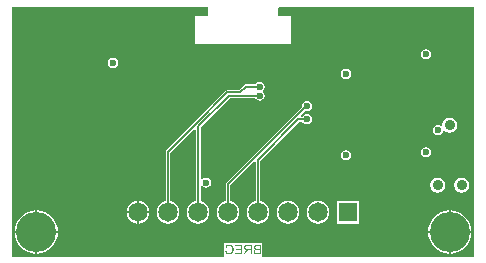
<source format=gbl>
G04*
G04 #@! TF.GenerationSoftware,Altium Limited,Altium Designer,21.6.4 (81)*
G04*
G04 Layer_Physical_Order=4*
G04 Layer_Color=16711680*
%FSLAX44Y44*%
%MOMM*%
G71*
G04*
G04 #@! TF.SameCoordinates,75E8EA60-7A1B-4F35-BD82-ACC1B6EDD98F*
G04*
G04*
G04 #@! TF.FilePolarity,Positive*
G04*
G01*
G75*
%ADD15C,0.1520*%
%ADD40C,0.9000*%
%ADD41C,3.4000*%
%ADD42C,1.6500*%
%ADD43R,1.6500X1.6500*%
%ADD44C,0.6000*%
G36*
X395922Y4078D02*
X216250Y4078D01*
Y15500D01*
X183750D01*
Y4078D01*
X4078Y4078D01*
X4078Y215922D01*
X170000Y215922D01*
X170000Y208000D01*
X159000Y208000D01*
X159000Y184000D01*
X241000Y184000D01*
X241000Y208000D01*
X230014D01*
X229988Y215022D01*
X230884Y215922D01*
X395922Y215922D01*
X395922Y4078D01*
D02*
G37*
G36*
X188435Y14390D02*
X188629Y14373D01*
X188817Y14349D01*
X188999Y14320D01*
X189169Y14285D01*
X189333Y14238D01*
X189486Y14197D01*
X189626Y14150D01*
X189750Y14103D01*
X189867Y14062D01*
X189967Y14021D01*
X190049Y13980D01*
X190119Y13950D01*
X190166Y13927D01*
X190196Y13909D01*
X190207Y13903D01*
X190372Y13804D01*
X190524Y13698D01*
X190665Y13586D01*
X190800Y13469D01*
X190923Y13352D01*
X191035Y13234D01*
X191140Y13111D01*
X191228Y13000D01*
X191310Y12894D01*
X191387Y12789D01*
X191445Y12701D01*
X191498Y12624D01*
X191533Y12554D01*
X191563Y12507D01*
X191580Y12478D01*
X191586Y12466D01*
X191668Y12284D01*
X191745Y12102D01*
X191809Y11914D01*
X191862Y11727D01*
X191909Y11539D01*
X191950Y11351D01*
X191979Y11175D01*
X192009Y11011D01*
X192026Y10852D01*
X192044Y10706D01*
X192050Y10577D01*
X192061Y10465D01*
Y10377D01*
X192067Y10342D01*
Y10312D01*
Y10289D01*
Y10272D01*
Y10260D01*
Y10254D01*
X192061Y10037D01*
X192050Y9826D01*
X192026Y9620D01*
X192003Y9427D01*
X191968Y9233D01*
X191932Y9057D01*
X191891Y8887D01*
X191850Y8728D01*
X191815Y8587D01*
X191774Y8458D01*
X191739Y8347D01*
X191703Y8253D01*
X191680Y8177D01*
X191657Y8124D01*
X191645Y8089D01*
X191639Y8083D01*
Y8077D01*
X191557Y7895D01*
X191463Y7719D01*
X191363Y7561D01*
X191263Y7408D01*
X191158Y7273D01*
X191052Y7144D01*
X190952Y7033D01*
X190853Y6927D01*
X190759Y6833D01*
X190671Y6757D01*
X190595Y6686D01*
X190524Y6634D01*
X190466Y6593D01*
X190424Y6557D01*
X190401Y6540D01*
X190389Y6534D01*
X190231Y6440D01*
X190061Y6358D01*
X189885Y6288D01*
X189709Y6223D01*
X189533Y6176D01*
X189351Y6129D01*
X189181Y6094D01*
X189010Y6065D01*
X188858Y6047D01*
X188711Y6029D01*
X188582Y6018D01*
X188471Y6006D01*
X188383D01*
X188342Y6000D01*
X188253D01*
X188019Y6006D01*
X187796Y6029D01*
X187585Y6065D01*
X187379Y6106D01*
X187192Y6158D01*
X187015Y6217D01*
X186851Y6282D01*
X186705Y6346D01*
X186569Y6411D01*
X186452Y6475D01*
X186347Y6534D01*
X186264Y6587D01*
X186194Y6628D01*
X186147Y6663D01*
X186118Y6686D01*
X186106Y6692D01*
X185948Y6833D01*
X185801Y6980D01*
X185666Y7138D01*
X185543Y7303D01*
X185431Y7473D01*
X185331Y7637D01*
X185243Y7801D01*
X185167Y7966D01*
X185097Y8118D01*
X185038Y8259D01*
X184991Y8382D01*
X184950Y8494D01*
X184921Y8582D01*
X184909Y8623D01*
X184903Y8652D01*
X184897Y8676D01*
X184891Y8693D01*
X184886Y8705D01*
Y8711D01*
X185959Y8981D01*
X186006Y8793D01*
X186059Y8623D01*
X186118Y8458D01*
X186188Y8312D01*
X186253Y8171D01*
X186329Y8042D01*
X186399Y7930D01*
X186470Y7825D01*
X186534Y7737D01*
X186599Y7655D01*
X186658Y7590D01*
X186710Y7537D01*
X186751Y7490D01*
X186781Y7461D01*
X186804Y7443D01*
X186810Y7437D01*
X186933Y7350D01*
X187057Y7267D01*
X187186Y7197D01*
X187315Y7138D01*
X187444Y7091D01*
X187573Y7050D01*
X187696Y7015D01*
X187813Y6986D01*
X187919Y6962D01*
X188025Y6951D01*
X188113Y6939D01*
X188189Y6927D01*
X188253D01*
X188300Y6921D01*
X188342D01*
X188476Y6927D01*
X188611Y6939D01*
X188741Y6956D01*
X188869Y6980D01*
X188987Y7009D01*
X189104Y7044D01*
X189210Y7074D01*
X189310Y7115D01*
X189398Y7150D01*
X189480Y7179D01*
X189550Y7214D01*
X189609Y7244D01*
X189656Y7267D01*
X189691Y7285D01*
X189715Y7297D01*
X189720Y7303D01*
X189838Y7379D01*
X189943Y7461D01*
X190043Y7549D01*
X190137Y7643D01*
X190219Y7737D01*
X190295Y7836D01*
X190366Y7930D01*
X190430Y8018D01*
X190483Y8106D01*
X190530Y8188D01*
X190571Y8265D01*
X190600Y8329D01*
X190630Y8382D01*
X190647Y8417D01*
X190653Y8447D01*
X190659Y8453D01*
X190712Y8599D01*
X190759Y8752D01*
X190800Y8904D01*
X190829Y9063D01*
X190888Y9362D01*
X190905Y9509D01*
X190923Y9650D01*
X190935Y9773D01*
X190941Y9890D01*
X190947Y9996D01*
X190952Y10084D01*
X190958Y10160D01*
Y10213D01*
Y10248D01*
Y10260D01*
X190952Y10412D01*
X190947Y10559D01*
X190917Y10841D01*
X190900Y10976D01*
X190876Y11105D01*
X190853Y11228D01*
X190829Y11339D01*
X190806Y11445D01*
X190788Y11539D01*
X190765Y11621D01*
X190747Y11691D01*
X190730Y11744D01*
X190718Y11785D01*
X190706Y11815D01*
Y11820D01*
X190653Y11961D01*
X190595Y12090D01*
X190530Y12214D01*
X190460Y12325D01*
X190389Y12436D01*
X190319Y12536D01*
X190243Y12624D01*
X190172Y12706D01*
X190102Y12777D01*
X190037Y12841D01*
X189979Y12894D01*
X189926Y12941D01*
X189885Y12976D01*
X189855Y13006D01*
X189832Y13017D01*
X189826Y13023D01*
X189703Y13105D01*
X189574Y13170D01*
X189445Y13234D01*
X189315Y13287D01*
X189181Y13328D01*
X189051Y13364D01*
X188928Y13393D01*
X188805Y13416D01*
X188694Y13440D01*
X188588Y13452D01*
X188494Y13463D01*
X188412Y13469D01*
X188347Y13475D01*
X188259D01*
X188107Y13469D01*
X187966Y13457D01*
X187831Y13440D01*
X187702Y13411D01*
X187585Y13381D01*
X187473Y13346D01*
X187373Y13311D01*
X187279Y13276D01*
X187197Y13234D01*
X187121Y13199D01*
X187057Y13164D01*
X187004Y13135D01*
X186963Y13105D01*
X186933Y13088D01*
X186916Y13076D01*
X186910Y13070D01*
X186810Y12988D01*
X186716Y12900D01*
X186634Y12800D01*
X186552Y12701D01*
X186476Y12589D01*
X186411Y12484D01*
X186347Y12378D01*
X186294Y12272D01*
X186247Y12172D01*
X186200Y12079D01*
X186165Y11997D01*
X186135Y11926D01*
X186112Y11861D01*
X186094Y11820D01*
X186088Y11791D01*
X186082Y11779D01*
X185026Y12026D01*
X185091Y12231D01*
X185173Y12425D01*
X185255Y12607D01*
X185349Y12777D01*
X185443Y12929D01*
X185537Y13076D01*
X185637Y13205D01*
X185730Y13322D01*
X185824Y13428D01*
X185907Y13516D01*
X185983Y13598D01*
X186053Y13657D01*
X186106Y13710D01*
X186153Y13745D01*
X186176Y13768D01*
X186188Y13774D01*
X186347Y13886D01*
X186511Y13980D01*
X186687Y14062D01*
X186857Y14132D01*
X187027Y14197D01*
X187197Y14244D01*
X187362Y14285D01*
X187520Y14320D01*
X187673Y14343D01*
X187808Y14361D01*
X187925Y14379D01*
X188030Y14384D01*
X188118Y14390D01*
X188154Y14396D01*
X188236D01*
X188435Y14390D01*
D02*
G37*
G36*
X215114Y6135D02*
X211882D01*
X211741Y6141D01*
X211612Y6147D01*
X211488Y6158D01*
X211377Y6164D01*
X211265Y6176D01*
X211166Y6188D01*
X211078Y6205D01*
X210996Y6217D01*
X210925Y6229D01*
X210861Y6241D01*
X210808Y6246D01*
X210767Y6258D01*
X210737Y6264D01*
X210720Y6270D01*
X210714D01*
X210520Y6329D01*
X210350Y6387D01*
X210198Y6458D01*
X210133Y6487D01*
X210068Y6522D01*
X210016Y6551D01*
X209969Y6581D01*
X209928Y6604D01*
X209892Y6628D01*
X209863Y6645D01*
X209846Y6657D01*
X209834Y6669D01*
X209828D01*
X209699Y6775D01*
X209587Y6898D01*
X209488Y7021D01*
X209400Y7144D01*
X209329Y7250D01*
X209300Y7297D01*
X209276Y7338D01*
X209259Y7373D01*
X209247Y7396D01*
X209235Y7414D01*
Y7420D01*
X209153Y7608D01*
X209095Y7795D01*
X209048Y7977D01*
X209018Y8142D01*
X209007Y8212D01*
X209001Y8282D01*
X208995Y8341D01*
Y8388D01*
X208989Y8429D01*
Y8464D01*
Y8482D01*
Y8488D01*
X208995Y8617D01*
X209007Y8740D01*
X209024Y8863D01*
X209053Y8975D01*
X209083Y9086D01*
X209112Y9186D01*
X209153Y9280D01*
X209188Y9368D01*
X209224Y9444D01*
X209259Y9515D01*
X209294Y9573D01*
X209323Y9620D01*
X209353Y9661D01*
X209370Y9691D01*
X209382Y9708D01*
X209388Y9714D01*
X209464Y9808D01*
X209546Y9896D01*
X209640Y9978D01*
X209728Y10049D01*
X209822Y10119D01*
X209916Y10178D01*
X210010Y10230D01*
X210104Y10277D01*
X210186Y10324D01*
X210268Y10359D01*
X210338Y10389D01*
X210397Y10412D01*
X210450Y10430D01*
X210485Y10442D01*
X210514Y10453D01*
X210520D01*
X210415Y10506D01*
X210321Y10565D01*
X210233Y10624D01*
X210145Y10688D01*
X210068Y10753D01*
X209998Y10811D01*
X209939Y10870D01*
X209881Y10929D01*
X209834Y10981D01*
X209787Y11034D01*
X209752Y11075D01*
X209722Y11116D01*
X209699Y11152D01*
X209681Y11175D01*
X209675Y11187D01*
X209669Y11193D01*
X209617Y11281D01*
X209576Y11369D01*
X209534Y11451D01*
X209505Y11539D01*
X209452Y11703D01*
X209417Y11856D01*
X209405Y11920D01*
X209400Y11985D01*
X209388Y12038D01*
Y12084D01*
X209382Y12120D01*
Y12149D01*
Y12167D01*
Y12172D01*
X209388Y12278D01*
X209394Y12378D01*
X209435Y12577D01*
X209482Y12759D01*
X209511Y12841D01*
X209540Y12924D01*
X209576Y12994D01*
X209605Y13053D01*
X209628Y13111D01*
X209652Y13158D01*
X209675Y13193D01*
X209693Y13223D01*
X209699Y13240D01*
X209705Y13246D01*
X209769Y13340D01*
X209834Y13428D01*
X209904Y13504D01*
X209975Y13581D01*
X210051Y13651D01*
X210121Y13710D01*
X210192Y13768D01*
X210262Y13815D01*
X210327Y13862D01*
X210391Y13898D01*
X210444Y13933D01*
X210491Y13956D01*
X210532Y13980D01*
X210561Y13991D01*
X210579Y14003D01*
X210585D01*
X210690Y14050D01*
X210808Y14085D01*
X211054Y14150D01*
X211301Y14197D01*
X211424Y14209D01*
X211541Y14226D01*
X211647Y14232D01*
X211752Y14244D01*
X211840Y14250D01*
X211923D01*
X211987Y14255D01*
X215114D01*
Y6135D01*
D02*
G37*
G36*
X207493D02*
X206419D01*
Y9743D01*
X205028D01*
X204905Y9737D01*
X204799Y9732D01*
X204717Y9726D01*
X204659Y9714D01*
X204612Y9708D01*
X204582Y9702D01*
X204577D01*
X204483Y9673D01*
X204395Y9644D01*
X204312Y9603D01*
X204242Y9567D01*
X204178Y9538D01*
X204131Y9509D01*
X204101Y9491D01*
X204090Y9485D01*
X203996Y9421D01*
X203902Y9338D01*
X203814Y9245D01*
X203726Y9157D01*
X203655Y9075D01*
X203597Y9004D01*
X203573Y8975D01*
X203556Y8957D01*
X203550Y8945D01*
X203544Y8940D01*
X203485Y8863D01*
X203421Y8781D01*
X203292Y8605D01*
X203162Y8417D01*
X203039Y8235D01*
X202987Y8153D01*
X202934Y8077D01*
X202887Y8007D01*
X202846Y7942D01*
X202816Y7895D01*
X202793Y7854D01*
X202775Y7831D01*
X202769Y7825D01*
X201696Y6135D01*
X200352D01*
X201754Y8341D01*
X201913Y8576D01*
X201995Y8681D01*
X202071Y8787D01*
X202148Y8881D01*
X202224Y8969D01*
X202294Y9051D01*
X202359Y9127D01*
X202417Y9198D01*
X202476Y9256D01*
X202523Y9303D01*
X202564Y9350D01*
X202599Y9380D01*
X202623Y9409D01*
X202640Y9421D01*
X202646Y9427D01*
X202740Y9503D01*
X202840Y9573D01*
X202945Y9644D01*
X203051Y9702D01*
X203145Y9755D01*
X203186Y9779D01*
X203221Y9796D01*
X203251Y9814D01*
X203274Y9820D01*
X203286Y9831D01*
X203292D01*
X203080Y9867D01*
X202881Y9908D01*
X202699Y9961D01*
X202529Y10013D01*
X202376Y10078D01*
X202230Y10136D01*
X202106Y10201D01*
X201989Y10266D01*
X201889Y10330D01*
X201807Y10389D01*
X201731Y10442D01*
X201672Y10489D01*
X201625Y10530D01*
X201590Y10559D01*
X201572Y10577D01*
X201567Y10582D01*
X201467Y10694D01*
X201379Y10817D01*
X201303Y10934D01*
X201238Y11058D01*
X201185Y11181D01*
X201138Y11304D01*
X201103Y11422D01*
X201074Y11533D01*
X201050Y11639D01*
X201033Y11732D01*
X201021Y11820D01*
X201009Y11891D01*
Y11955D01*
X201003Y12002D01*
Y12026D01*
Y12038D01*
X201009Y12161D01*
X201015Y12284D01*
X201033Y12401D01*
X201056Y12513D01*
X201080Y12618D01*
X201109Y12718D01*
X201144Y12812D01*
X201173Y12900D01*
X201203Y12976D01*
X201238Y13047D01*
X201267Y13111D01*
X201291Y13164D01*
X201314Y13205D01*
X201326Y13234D01*
X201338Y13252D01*
X201344Y13258D01*
X201408Y13358D01*
X201479Y13452D01*
X201555Y13534D01*
X201625Y13616D01*
X201702Y13686D01*
X201778Y13751D01*
X201854Y13804D01*
X201924Y13856D01*
X201989Y13898D01*
X202054Y13933D01*
X202106Y13968D01*
X202153Y13991D01*
X202194Y14009D01*
X202224Y14021D01*
X202241Y14032D01*
X202247D01*
X202359Y14073D01*
X202482Y14109D01*
X202611Y14138D01*
X202740Y14161D01*
X203016Y14203D01*
X203151Y14214D01*
X203280Y14226D01*
X203409Y14238D01*
X203520Y14244D01*
X203626Y14250D01*
X203720D01*
X203790Y14255D01*
X207493D01*
Y6135D01*
D02*
G37*
G36*
X199296D02*
X193241D01*
Y7091D01*
X198222D01*
Y9855D01*
X193734D01*
Y10811D01*
X198222D01*
Y13299D01*
X193428D01*
Y14255D01*
X199296D01*
Y6135D01*
D02*
G37*
%LPC*%
G36*
X355000Y179854D02*
X353334Y179522D01*
X351922Y178578D01*
X350978Y177166D01*
X350646Y175500D01*
X350978Y173834D01*
X351922Y172421D01*
X353334Y171478D01*
X355000Y171146D01*
X356666Y171478D01*
X358078Y172421D01*
X359022Y173834D01*
X359354Y175500D01*
X359022Y177166D01*
X358078Y178578D01*
X356666Y179522D01*
X355000Y179854D01*
D02*
G37*
G36*
X90000Y172354D02*
X88334Y172022D01*
X86922Y171078D01*
X85978Y169666D01*
X85646Y168000D01*
X85978Y166334D01*
X86922Y164921D01*
X88334Y163978D01*
X90000Y163646D01*
X91666Y163978D01*
X93078Y164921D01*
X94022Y166334D01*
X94354Y168000D01*
X94022Y169666D01*
X93078Y171078D01*
X91666Y172022D01*
X90000Y172354D01*
D02*
G37*
G36*
X287250Y163354D02*
X285584Y163022D01*
X284172Y162078D01*
X283228Y160666D01*
X282896Y159000D01*
X283228Y157334D01*
X284172Y155921D01*
X285584Y154978D01*
X287250Y154646D01*
X288916Y154978D01*
X290329Y155921D01*
X291272Y157334D01*
X291604Y159000D01*
X291272Y160666D01*
X290329Y162078D01*
X288916Y163022D01*
X287250Y163354D01*
D02*
G37*
G36*
X214000Y152354D02*
X212334Y152022D01*
X210921Y151079D01*
X210247Y150070D01*
X202250D01*
X201458Y149912D01*
X200786Y149464D01*
X196683Y145360D01*
X186844D01*
X186052Y145202D01*
X185381Y144754D01*
X157746Y117119D01*
X157746Y117119D01*
X135036Y94409D01*
X134588Y93738D01*
X134430Y92946D01*
Y51030D01*
X134015Y50975D01*
X131699Y50016D01*
X129710Y48490D01*
X128184Y46501D01*
X127225Y44185D01*
X126898Y41700D01*
X127225Y39215D01*
X128184Y36899D01*
X129710Y34910D01*
X131699Y33384D01*
X134015Y32425D01*
X136500Y32098D01*
X138985Y32425D01*
X141301Y33384D01*
X143290Y34910D01*
X144816Y36899D01*
X145775Y39215D01*
X146102Y41700D01*
X145775Y44185D01*
X144816Y46501D01*
X143290Y48490D01*
X141301Y50016D01*
X138985Y50975D01*
X138570Y51030D01*
Y92088D01*
X158757Y112275D01*
X159930Y111789D01*
Y51043D01*
X159415Y50975D01*
X157099Y50016D01*
X155110Y48490D01*
X153584Y46501D01*
X152625Y44185D01*
X152298Y41700D01*
X152625Y39215D01*
X153584Y36899D01*
X155110Y34910D01*
X157099Y33384D01*
X159415Y32425D01*
X161900Y32098D01*
X164385Y32425D01*
X166701Y33384D01*
X168690Y34910D01*
X170216Y36899D01*
X171175Y39215D01*
X171502Y41700D01*
X171175Y44185D01*
X170216Y46501D01*
X168690Y48490D01*
X166701Y50016D01*
X164385Y50975D01*
X164070Y51017D01*
Y63783D01*
X165340Y64168D01*
X165672Y63671D01*
X167084Y62728D01*
X168750Y62396D01*
X170416Y62728D01*
X171828Y63671D01*
X172772Y65084D01*
X173104Y66750D01*
X172772Y68416D01*
X171828Y69829D01*
X170416Y70772D01*
X168750Y71104D01*
X167084Y70772D01*
X165672Y69829D01*
X165340Y69332D01*
X164070Y69717D01*
Y113643D01*
X188857Y138430D01*
X210247D01*
X210921Y137422D01*
X212334Y136478D01*
X214000Y136146D01*
X215666Y136478D01*
X217078Y137422D01*
X218022Y138834D01*
X218354Y140500D01*
X218022Y142166D01*
X217164Y143451D01*
X217024Y143894D01*
Y144606D01*
X217164Y145049D01*
X218022Y146334D01*
X218354Y148000D01*
X218022Y149666D01*
X217078Y151079D01*
X215666Y152022D01*
X214000Y152354D01*
D02*
G37*
G36*
X254000Y135854D02*
X252334Y135522D01*
X250921Y134579D01*
X249978Y133166D01*
X249646Y131500D01*
X249800Y130727D01*
X185837Y66764D01*
X185388Y66092D01*
X185230Y65300D01*
Y51030D01*
X184815Y50975D01*
X182499Y50016D01*
X180510Y48490D01*
X178984Y46501D01*
X178025Y44185D01*
X177698Y41700D01*
X178025Y39215D01*
X178984Y36899D01*
X180510Y34910D01*
X182499Y33384D01*
X184815Y32425D01*
X187300Y32098D01*
X189785Y32425D01*
X192101Y33384D01*
X194090Y34910D01*
X195616Y36899D01*
X196575Y39215D01*
X196902Y41700D01*
X196575Y44185D01*
X195616Y46501D01*
X194090Y48490D01*
X192101Y50016D01*
X189785Y50975D01*
X189370Y51030D01*
Y64443D01*
X209457Y84530D01*
X210630Y84044D01*
Y51030D01*
X210215Y50975D01*
X207899Y50016D01*
X205910Y48490D01*
X204384Y46501D01*
X203425Y44185D01*
X203098Y41700D01*
X203425Y39215D01*
X204384Y36899D01*
X205910Y34910D01*
X207899Y33384D01*
X210215Y32425D01*
X212700Y32098D01*
X215185Y32425D01*
X217501Y33384D01*
X219490Y34910D01*
X221016Y36899D01*
X221975Y39215D01*
X222302Y41700D01*
X221975Y44185D01*
X221016Y46501D01*
X219490Y48490D01*
X217501Y50016D01*
X215185Y50975D01*
X214770Y51030D01*
Y85397D01*
X247803Y118430D01*
X250247D01*
X250921Y117422D01*
X252334Y116478D01*
X254000Y116146D01*
X255666Y116478D01*
X257078Y117422D01*
X258022Y118834D01*
X258354Y120500D01*
X258022Y122166D01*
X257078Y123579D01*
X255666Y124522D01*
X254000Y124854D01*
X252334Y124522D01*
X250921Y123579D01*
X250329Y122692D01*
X249297Y122733D01*
X248822Y123894D01*
X252393Y127466D01*
X254000Y127146D01*
X255666Y127478D01*
X257078Y128421D01*
X258022Y129834D01*
X258354Y131500D01*
X258022Y133166D01*
X257078Y134579D01*
X255666Y135522D01*
X254000Y135854D01*
D02*
G37*
G36*
X374900Y121717D02*
X372463Y121233D01*
X370398Y119852D01*
X369017Y117787D01*
X368568Y115529D01*
X367943Y115087D01*
X367343Y114820D01*
X366666Y115272D01*
X365000Y115604D01*
X363334Y115272D01*
X361922Y114328D01*
X360978Y112916D01*
X360646Y111250D01*
X360978Y109584D01*
X361922Y108172D01*
X363334Y107228D01*
X365000Y106896D01*
X366666Y107228D01*
X368078Y108172D01*
X369022Y109584D01*
X369181Y110382D01*
X369796Y110618D01*
X370549Y110747D01*
X372463Y109467D01*
X374900Y108983D01*
X377337Y109467D01*
X379402Y110848D01*
X380783Y112913D01*
X381267Y115350D01*
X380783Y117787D01*
X379402Y119852D01*
X377337Y121233D01*
X374900Y121717D01*
D02*
G37*
G36*
X355000Y96854D02*
X353334Y96522D01*
X351922Y95578D01*
X350978Y94166D01*
X350646Y92500D01*
X350978Y90834D01*
X351922Y89422D01*
X353334Y88478D01*
X355000Y88146D01*
X356666Y88478D01*
X358078Y89422D01*
X359022Y90834D01*
X359354Y92500D01*
X359022Y94166D01*
X358078Y95578D01*
X356666Y96522D01*
X355000Y96854D01*
D02*
G37*
G36*
X287250Y94354D02*
X285584Y94022D01*
X284172Y93078D01*
X283228Y91666D01*
X282896Y90000D01*
X283228Y88334D01*
X284172Y86922D01*
X285584Y85978D01*
X287250Y85646D01*
X288916Y85978D01*
X290329Y86922D01*
X291272Y88334D01*
X291604Y90000D01*
X291272Y91666D01*
X290329Y93078D01*
X288916Y94022D01*
X287250Y94354D01*
D02*
G37*
G36*
X385060Y70917D02*
X382623Y70433D01*
X380558Y69052D01*
X379177Y66987D01*
X378693Y64550D01*
X379177Y62113D01*
X380558Y60048D01*
X382623Y58667D01*
X385060Y58183D01*
X387497Y58667D01*
X389562Y60048D01*
X390943Y62113D01*
X391427Y64550D01*
X390943Y66987D01*
X389562Y69052D01*
X387497Y70433D01*
X385060Y70917D01*
D02*
G37*
G36*
X364740D02*
X362303Y70433D01*
X360238Y69052D01*
X358857Y66987D01*
X358373Y64550D01*
X358857Y62113D01*
X360238Y60048D01*
X362303Y58667D01*
X364740Y58183D01*
X367177Y58667D01*
X369242Y60048D01*
X370623Y62113D01*
X371107Y64550D01*
X370623Y66987D01*
X369242Y69052D01*
X367177Y70433D01*
X364740Y70917D01*
D02*
G37*
G36*
X111862Y51202D02*
Y42462D01*
X120602D01*
X120375Y44185D01*
X119416Y46501D01*
X117890Y48490D01*
X115901Y50016D01*
X113585Y50975D01*
X111862Y51202D01*
D02*
G37*
G36*
X110338D02*
X108615Y50975D01*
X106299Y50016D01*
X104310Y48490D01*
X102784Y46501D01*
X101825Y44185D01*
X101598Y42462D01*
X110338D01*
Y51202D01*
D02*
G37*
G36*
X120602Y40938D02*
X111862D01*
Y32198D01*
X113585Y32425D01*
X115901Y33384D01*
X117890Y34910D01*
X119416Y36899D01*
X120375Y39215D01*
X120602Y40938D01*
D02*
G37*
G36*
X110338D02*
X101598D01*
X101825Y39215D01*
X102784Y36899D01*
X104310Y34910D01*
X106299Y33384D01*
X108615Y32425D01*
X110338Y32198D01*
Y40938D01*
D02*
G37*
G36*
X298420Y51220D02*
X279380D01*
Y32180D01*
X298420D01*
Y51220D01*
D02*
G37*
G36*
X263500Y51302D02*
X261015Y50975D01*
X258699Y50016D01*
X256710Y48490D01*
X255184Y46501D01*
X254225Y44185D01*
X253898Y41700D01*
X254225Y39215D01*
X255184Y36899D01*
X256710Y34910D01*
X258699Y33384D01*
X261015Y32425D01*
X263500Y32098D01*
X265985Y32425D01*
X268301Y33384D01*
X270290Y34910D01*
X271816Y36899D01*
X272775Y39215D01*
X273102Y41700D01*
X272775Y44185D01*
X271816Y46501D01*
X270290Y48490D01*
X268301Y50016D01*
X265985Y50975D01*
X263500Y51302D01*
D02*
G37*
G36*
X238100D02*
X235615Y50975D01*
X233299Y50016D01*
X231310Y48490D01*
X229784Y46501D01*
X228825Y44185D01*
X228498Y41700D01*
X228825Y39215D01*
X229784Y36899D01*
X231310Y34910D01*
X233299Y33384D01*
X235615Y32425D01*
X238100Y32098D01*
X240585Y32425D01*
X242901Y33384D01*
X244890Y34910D01*
X246416Y36899D01*
X247375Y39215D01*
X247702Y41700D01*
X247375Y44185D01*
X246416Y46501D01*
X244890Y48490D01*
X242901Y50016D01*
X240585Y50975D01*
X238100Y51302D01*
D02*
G37*
G36*
X375762Y43283D02*
Y25762D01*
X393283D01*
X393006Y28582D01*
X391961Y32025D01*
X390264Y35199D01*
X387981Y37981D01*
X385199Y40264D01*
X382025Y41961D01*
X378582Y43006D01*
X375762Y43283D01*
D02*
G37*
G36*
X374238D02*
X371418Y43006D01*
X367975Y41961D01*
X364801Y40264D01*
X362019Y37981D01*
X359736Y35199D01*
X358039Y32025D01*
X356994Y28582D01*
X356717Y25762D01*
X374238D01*
Y43283D01*
D02*
G37*
G36*
X25762D02*
Y25762D01*
X43283D01*
X43006Y28582D01*
X41961Y32025D01*
X40264Y35199D01*
X37981Y37981D01*
X35199Y40264D01*
X32025Y41961D01*
X28582Y43006D01*
X25762Y43283D01*
D02*
G37*
G36*
X24238D02*
X21418Y43006D01*
X17975Y41961D01*
X14801Y40264D01*
X12019Y37981D01*
X9736Y35199D01*
X8039Y32025D01*
X6994Y28582D01*
X6717Y25762D01*
X24238D01*
Y43283D01*
D02*
G37*
G36*
X393283Y24238D02*
X375762D01*
Y6717D01*
X378582Y6994D01*
X382025Y8039D01*
X385199Y9736D01*
X387981Y12019D01*
X390264Y14801D01*
X391961Y17975D01*
X393006Y21418D01*
X393283Y24238D01*
D02*
G37*
G36*
X374238D02*
X356717D01*
X356994Y21418D01*
X358039Y17975D01*
X359736Y14801D01*
X362019Y12019D01*
X364801Y9736D01*
X367975Y8039D01*
X371418Y6994D01*
X374238Y6717D01*
Y24238D01*
D02*
G37*
G36*
X43283D02*
X25762D01*
Y6717D01*
X28582Y6994D01*
X32025Y8039D01*
X35199Y9736D01*
X37981Y12019D01*
X40264Y14801D01*
X41961Y17975D01*
X43006Y21418D01*
X43283Y24238D01*
D02*
G37*
G36*
X24238D02*
X6717D01*
X6994Y21418D01*
X8039Y17975D01*
X9736Y14801D01*
X12019Y12019D01*
X14801Y9736D01*
X17975Y8039D01*
X21418Y6994D01*
X24238Y6717D01*
Y24238D01*
D02*
G37*
G36*
X214041Y13299D02*
X212263D01*
X212116Y13293D01*
X211981Y13287D01*
X211858Y13281D01*
X211747Y13270D01*
X211647Y13264D01*
X211559Y13252D01*
X211477Y13240D01*
X211406Y13229D01*
X211348Y13217D01*
X211301Y13211D01*
X211259Y13199D01*
X211230Y13193D01*
X211207Y13188D01*
X211195Y13182D01*
X211189D01*
X211060Y13129D01*
X210954Y13070D01*
X210855Y13000D01*
X210778Y12929D01*
X210720Y12865D01*
X210673Y12812D01*
X210649Y12771D01*
X210638Y12765D01*
Y12759D01*
X210573Y12642D01*
X210520Y12519D01*
X210485Y12401D01*
X210462Y12290D01*
X210450Y12196D01*
X210444Y12155D01*
X210438Y12120D01*
Y12090D01*
Y12067D01*
Y12055D01*
Y12049D01*
X210450Y11897D01*
X210473Y11756D01*
X210503Y11633D01*
X210544Y11533D01*
X210585Y11445D01*
X210602Y11416D01*
X210614Y11386D01*
X210632Y11363D01*
X210638Y11345D01*
X210649Y11339D01*
Y11334D01*
X210737Y11234D01*
X210831Y11152D01*
X210937Y11081D01*
X211037Y11028D01*
X211125Y10987D01*
X211166Y10970D01*
X211195Y10958D01*
X211224Y10946D01*
X211248Y10940D01*
X211259Y10934D01*
X211265D01*
X211330Y10917D01*
X211400Y10905D01*
X211477Y10893D01*
X211559Y10882D01*
X211729Y10864D01*
X211893Y10852D01*
X211975Y10847D01*
X212116D01*
X212175Y10841D01*
X214041D01*
Y13299D01*
D02*
G37*
G36*
Y9884D02*
X212028D01*
X211893Y9878D01*
X211770Y9872D01*
X211658Y9861D01*
X211553Y9849D01*
X211453Y9837D01*
X211365Y9826D01*
X211283Y9814D01*
X211213Y9802D01*
X211154Y9790D01*
X211101Y9779D01*
X211060Y9767D01*
X211025Y9755D01*
X211001Y9749D01*
X210990Y9743D01*
X210984D01*
X210837Y9685D01*
X210708Y9614D01*
X210597Y9538D01*
X210503Y9456D01*
X210426Y9385D01*
X210374Y9327D01*
X210356Y9303D01*
X210344Y9292D01*
X210333Y9280D01*
Y9274D01*
X210256Y9145D01*
X210198Y9010D01*
X210156Y8881D01*
X210127Y8758D01*
X210110Y8646D01*
X210104Y8605D01*
Y8564D01*
X210098Y8535D01*
Y8505D01*
Y8494D01*
Y8488D01*
X210104Y8347D01*
X210121Y8212D01*
X210151Y8095D01*
X210180Y7995D01*
X210209Y7913D01*
X210239Y7848D01*
X210245Y7825D01*
X210256Y7807D01*
X210262Y7801D01*
Y7795D01*
X210327Y7690D01*
X210391Y7602D01*
X210462Y7526D01*
X210526Y7461D01*
X210585Y7408D01*
X210632Y7373D01*
X210661Y7350D01*
X210667Y7344D01*
X210673D01*
X210773Y7291D01*
X210872Y7244D01*
X210978Y7209D01*
X211072Y7179D01*
X211160Y7156D01*
X211224Y7138D01*
X211254Y7132D01*
X211271D01*
X211283Y7127D01*
X211289D01*
X211330Y7121D01*
X211383Y7115D01*
X211494Y7109D01*
X211612Y7097D01*
X211735D01*
X211846Y7091D01*
X214041D01*
Y9884D01*
D02*
G37*
G36*
X206419Y13358D02*
X203855D01*
X203691Y13352D01*
X203538Y13340D01*
X203397Y13322D01*
X203268Y13299D01*
X203151Y13270D01*
X203039Y13240D01*
X202940Y13205D01*
X202857Y13170D01*
X202781Y13135D01*
X202717Y13099D01*
X202658Y13070D01*
X202611Y13041D01*
X202582Y13017D01*
X202552Y13000D01*
X202541Y12988D01*
X202535Y12982D01*
X202458Y12912D01*
X202394Y12836D01*
X202341Y12759D01*
X202288Y12677D01*
X202247Y12601D01*
X202218Y12519D01*
X202188Y12442D01*
X202165Y12372D01*
X202148Y12302D01*
X202136Y12237D01*
X202124Y12184D01*
X202118Y12131D01*
X202112Y12090D01*
Y12061D01*
Y12043D01*
Y12038D01*
X202124Y11891D01*
X202148Y11756D01*
X202183Y11633D01*
X202218Y11527D01*
X202259Y11439D01*
X202277Y11398D01*
X202294Y11369D01*
X202312Y11345D01*
X202318Y11328D01*
X202329Y11316D01*
Y11310D01*
X202417Y11193D01*
X202517Y11093D01*
X202623Y11011D01*
X202728Y10940D01*
X202822Y10888D01*
X202857Y10870D01*
X202893Y10852D01*
X202922Y10841D01*
X202945Y10829D01*
X202957Y10823D01*
X202963D01*
X203045Y10799D01*
X203127Y10776D01*
X203315Y10741D01*
X203509Y10711D01*
X203691Y10694D01*
X203779Y10688D01*
X203855Y10682D01*
X203931D01*
X203990Y10676D01*
X206419D01*
Y13358D01*
D02*
G37*
%LPD*%
D15*
X136500Y41700D02*
Y92946D01*
X159210Y115656D01*
Y115656D01*
X186844Y143290D01*
X197540D02*
X202250Y148000D01*
X186844Y143290D02*
X197540D01*
X162000Y41800D02*
Y114500D01*
X188000Y140500D02*
X214000D01*
X162000Y114500D02*
X188000Y140500D01*
X187300Y41700D02*
Y65300D01*
X253500Y131500D02*
X254000D01*
X187300Y65300D02*
X253500Y131500D01*
X246946Y120500D02*
X254000D01*
X212700Y86254D02*
X246946Y120500D01*
X212700Y41700D02*
Y86254D01*
X202250Y148000D02*
X214000D01*
X161900Y41700D02*
X162000Y41800D01*
D40*
X374900Y115350D02*
D03*
X385060Y64550D02*
D03*
X364740D02*
D03*
D41*
X375000Y25000D02*
D03*
X25000D02*
D03*
D42*
X111100Y41700D02*
D03*
X136500D02*
D03*
X238100D02*
D03*
X263500D02*
D03*
X212700D02*
D03*
X187300D02*
D03*
X161900D02*
D03*
D43*
X288900D02*
D03*
D44*
X168750Y66750D02*
D03*
X380000Y212500D02*
D03*
Y197500D02*
D03*
Y182500D02*
D03*
Y167500D02*
D03*
Y47500D02*
D03*
X365000Y212500D02*
D03*
Y197500D02*
D03*
Y182500D02*
D03*
Y167500D02*
D03*
Y152500D02*
D03*
Y137500D02*
D03*
Y122500D02*
D03*
Y47500D02*
D03*
X350000Y212500D02*
D03*
Y197500D02*
D03*
Y182500D02*
D03*
Y167500D02*
D03*
Y152500D02*
D03*
Y137500D02*
D03*
Y122500D02*
D03*
Y107500D02*
D03*
Y77500D02*
D03*
Y62500D02*
D03*
Y47500D02*
D03*
Y32500D02*
D03*
X335000Y212500D02*
D03*
Y197500D02*
D03*
Y182500D02*
D03*
Y167500D02*
D03*
Y152500D02*
D03*
Y137500D02*
D03*
Y122500D02*
D03*
Y77500D02*
D03*
Y62500D02*
D03*
Y47500D02*
D03*
Y32500D02*
D03*
X320000Y212500D02*
D03*
Y197500D02*
D03*
Y182500D02*
D03*
Y167500D02*
D03*
Y152500D02*
D03*
Y137500D02*
D03*
Y122500D02*
D03*
Y107500D02*
D03*
Y92500D02*
D03*
Y77500D02*
D03*
Y62500D02*
D03*
Y47500D02*
D03*
Y32500D02*
D03*
X305000Y212500D02*
D03*
Y197500D02*
D03*
Y182500D02*
D03*
Y167500D02*
D03*
Y152500D02*
D03*
Y137500D02*
D03*
Y122500D02*
D03*
Y77500D02*
D03*
Y62500D02*
D03*
Y47500D02*
D03*
Y32500D02*
D03*
X290000Y212500D02*
D03*
Y197500D02*
D03*
Y182500D02*
D03*
Y77500D02*
D03*
Y62500D02*
D03*
X275000Y212500D02*
D03*
Y197500D02*
D03*
Y182500D02*
D03*
Y137500D02*
D03*
Y122500D02*
D03*
Y107500D02*
D03*
Y92500D02*
D03*
Y77500D02*
D03*
Y62500D02*
D03*
Y47500D02*
D03*
Y32500D02*
D03*
X260000Y212500D02*
D03*
Y197500D02*
D03*
Y182500D02*
D03*
Y137500D02*
D03*
Y77500D02*
D03*
Y62500D02*
D03*
X200000D02*
D03*
Y47500D02*
D03*
Y32500D02*
D03*
X155000Y62500D02*
D03*
X140000Y212500D02*
D03*
Y197500D02*
D03*
Y182500D02*
D03*
Y137500D02*
D03*
X125000Y212500D02*
D03*
Y197500D02*
D03*
Y182500D02*
D03*
Y137500D02*
D03*
Y77500D02*
D03*
Y62500D02*
D03*
Y47500D02*
D03*
Y32500D02*
D03*
X110000Y212500D02*
D03*
Y197500D02*
D03*
Y182500D02*
D03*
Y137500D02*
D03*
Y122500D02*
D03*
Y77500D02*
D03*
Y62500D02*
D03*
X95000Y212500D02*
D03*
Y197500D02*
D03*
Y182500D02*
D03*
Y137500D02*
D03*
Y122500D02*
D03*
Y77500D02*
D03*
Y62500D02*
D03*
Y47500D02*
D03*
Y32500D02*
D03*
X80000Y212500D02*
D03*
Y197500D02*
D03*
Y182500D02*
D03*
Y137500D02*
D03*
Y122500D02*
D03*
Y107500D02*
D03*
Y92500D02*
D03*
Y77500D02*
D03*
Y62500D02*
D03*
Y47500D02*
D03*
Y32500D02*
D03*
X65000Y212500D02*
D03*
Y197500D02*
D03*
Y182500D02*
D03*
Y167500D02*
D03*
Y152500D02*
D03*
Y137500D02*
D03*
Y122500D02*
D03*
Y77500D02*
D03*
Y62500D02*
D03*
Y47500D02*
D03*
Y32500D02*
D03*
X50000Y212500D02*
D03*
Y197500D02*
D03*
Y182500D02*
D03*
Y167500D02*
D03*
Y152500D02*
D03*
Y137500D02*
D03*
Y122500D02*
D03*
Y107500D02*
D03*
Y92500D02*
D03*
Y77500D02*
D03*
Y62500D02*
D03*
Y47500D02*
D03*
Y32500D02*
D03*
X35000Y212500D02*
D03*
Y197500D02*
D03*
Y182500D02*
D03*
Y167500D02*
D03*
Y152500D02*
D03*
Y137500D02*
D03*
Y122500D02*
D03*
Y107500D02*
D03*
Y92500D02*
D03*
Y77500D02*
D03*
Y62500D02*
D03*
Y47500D02*
D03*
X20000Y212500D02*
D03*
Y197500D02*
D03*
Y182500D02*
D03*
Y167500D02*
D03*
Y152500D02*
D03*
Y137500D02*
D03*
Y122500D02*
D03*
Y107500D02*
D03*
Y92500D02*
D03*
Y77500D02*
D03*
Y62500D02*
D03*
Y47500D02*
D03*
X90000Y168000D02*
D03*
X260000Y169720D02*
D03*
X275000D02*
D03*
X290000D02*
D03*
X174500Y32500D02*
D03*
X149250D02*
D03*
X243500Y53500D02*
D03*
X225000Y62500D02*
D03*
X225250Y32500D02*
D03*
X251000D02*
D03*
X120000Y93000D02*
D03*
X135000Y104000D02*
D03*
X170000Y17500D02*
D03*
X155000D02*
D03*
X140000D02*
D03*
X125000D02*
D03*
X110000D02*
D03*
X95000D02*
D03*
X80000D02*
D03*
X65000D02*
D03*
X50000D02*
D03*
X170000Y7500D02*
D03*
X155000D02*
D03*
X140000D02*
D03*
X125000D02*
D03*
X110000D02*
D03*
X95000D02*
D03*
X80000D02*
D03*
X65000D02*
D03*
X50000D02*
D03*
X392530Y137500D02*
D03*
Y122500D02*
D03*
Y107500D02*
D03*
Y152500D02*
D03*
X230000Y7500D02*
D03*
X245000D02*
D03*
X260000D02*
D03*
X275000D02*
D03*
X290000D02*
D03*
X305000D02*
D03*
X320000D02*
D03*
X335000D02*
D03*
X350000D02*
D03*
X185000Y20000D02*
D03*
X200000D02*
D03*
X215000D02*
D03*
X230000Y17500D02*
D03*
X245000D02*
D03*
X260000D02*
D03*
X275000D02*
D03*
X290000D02*
D03*
X305000D02*
D03*
X320000D02*
D03*
X335000D02*
D03*
X350000D02*
D03*
X392500Y212500D02*
D03*
Y197500D02*
D03*
Y182500D02*
D03*
Y167500D02*
D03*
Y92500D02*
D03*
Y77500D02*
D03*
Y47500D02*
D03*
X7500Y7500D02*
D03*
Y47500D02*
D03*
Y62500D02*
D03*
Y77500D02*
D03*
Y92500D02*
D03*
Y107500D02*
D03*
Y122500D02*
D03*
Y137500D02*
D03*
Y152500D02*
D03*
Y167500D02*
D03*
Y182500D02*
D03*
Y197500D02*
D03*
Y212500D02*
D03*
X275000Y148500D02*
D03*
X260000D02*
D03*
X156000Y74000D02*
D03*
X147750Y82000D02*
D03*
X244000Y74250D02*
D03*
X251750Y82000D02*
D03*
X205500Y117750D02*
D03*
X194500D02*
D03*
X186250Y126000D02*
D03*
X213750D02*
D03*
Y159000D02*
D03*
X200000D02*
D03*
X186250D02*
D03*
X214500Y180750D02*
D03*
X207500D02*
D03*
X192500D02*
D03*
X185500D02*
D03*
X287250Y159000D02*
D03*
X254000Y120500D02*
D03*
Y131500D02*
D03*
X214000Y140500D02*
D03*
Y148000D02*
D03*
X287250Y90000D02*
D03*
X355000Y92500D02*
D03*
Y175500D02*
D03*
X365000Y111250D02*
D03*
M02*

</source>
